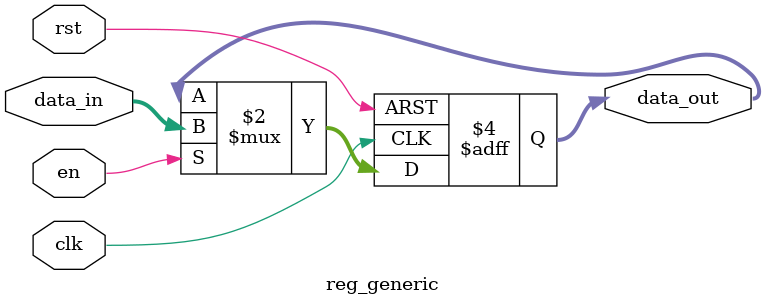
<source format=sv>
module reg_generic #(
    parameter int WIDTH = 8
) (
    input logic clk,
    input logic rst,
    input logic en,
    input logic [WIDTH-1:0] data_in,
    output logic [WIDTH-1:0] data_out
);

  always_ff @(posedge clk or posedge rst) begin
    if (rst) begin
      data_out <= '0;
    end else if (en) begin
      data_out <= data_in;
    end
  end
endmodule

</source>
